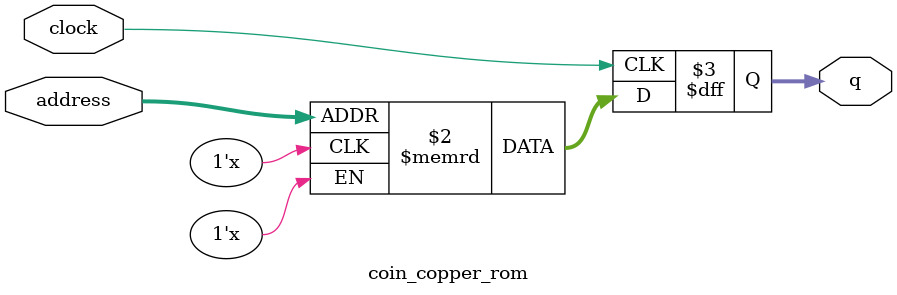
<source format=sv>
module coin_copper_rom (
	input logic clock,
	input logic [10:0] address,
	output logic [7:0] q
);

logic [7:0] memory [0:2047] /* synthesis ram_init_file = "./coin_copper/coin_copper.mif" */;

always_ff @ (posedge clock) begin
	q <= memory[address];
end

endmodule

</source>
